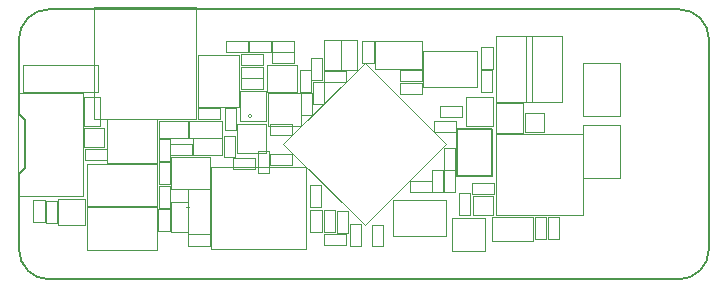
<source format=gbr>
G04 #@! TF.GenerationSoftware,KiCad,Pcbnew,5.1.5+dfsg1-2~bpo10+1*
G04 #@! TF.CreationDate,2020-05-12T19:04:25+02:00*
G04 #@! TF.ProjectId,quickfeather-board,71756963-6b66-4656-9174-6865722d626f,rev?*
G04 #@! TF.SameCoordinates,Original*
G04 #@! TF.FileFunction,Other,User*
%FSLAX46Y46*%
G04 Gerber Fmt 4.6, Leading zero omitted, Abs format (unit mm)*
G04 Created by KiCad (PCBNEW 5.1.5+dfsg1-2~bpo10+1) date 2020-05-12 19:04:25*
%MOMM*%
%LPD*%
G04 APERTURE LIST*
%ADD10C,0.150000*%
%ADD11C,0.050000*%
%ADD12C,0.100000*%
%ADD13C,0.120000*%
G04 APERTURE END LIST*
D10*
X123101100Y-102463600D02*
X123609100Y-102971600D01*
X123609100Y-102971600D02*
X123609100Y-107035600D01*
X123609100Y-107035600D02*
X123101100Y-107543600D01*
X178981100Y-93573600D02*
G75*
G02X181521100Y-96113600I0J-2540000D01*
G01*
X181521100Y-113893600D02*
G75*
G02X178981100Y-116433600I-2540000J0D01*
G01*
X125641100Y-116433600D02*
X178981100Y-116433600D01*
X181521100Y-113893600D02*
X181521100Y-96113600D01*
X178981100Y-93573600D02*
X125641100Y-93573600D01*
X123101100Y-96113600D02*
G75*
G02X125641100Y-93573600I2540000J0D01*
G01*
X123101100Y-96113600D02*
X123101100Y-102463600D01*
X123101100Y-107543600D02*
X123101100Y-113893600D01*
X125641100Y-116433600D02*
G75*
G02X123101100Y-113893600I0J2540000D01*
G01*
D11*
X148915300Y-112631700D02*
X150775300Y-112631700D01*
X148915300Y-113571700D02*
X148915300Y-112631700D01*
X150775300Y-113571700D02*
X148915300Y-113571700D01*
X150775300Y-112631700D02*
X150775300Y-113571700D01*
D12*
X142830000Y-102603000D02*
G75*
G03X142830000Y-102603000I-150000J0D01*
G01*
X141830000Y-103053000D02*
X141830000Y-100515000D01*
X143980000Y-103053000D02*
X141830000Y-103053000D01*
X143980000Y-100515000D02*
X143980000Y-103053000D01*
X141830000Y-100515000D02*
X143980000Y-100515000D01*
D10*
X160890000Y-107700000D02*
X160190000Y-107700000D01*
X160890000Y-107700000D02*
X163190000Y-107700000D01*
X160190000Y-103670000D02*
X161700000Y-103670000D01*
X160190000Y-107700000D02*
X160190000Y-103670000D01*
X163190000Y-103670000D02*
X163190000Y-107700000D01*
X161690000Y-103670000D02*
X163190000Y-103670000D01*
D11*
X163480000Y-104113600D02*
X163480000Y-110973600D01*
X163480000Y-104113600D02*
X170840000Y-104113600D01*
X163480000Y-110973600D02*
X170840000Y-110973600D01*
X170840000Y-104113600D02*
X170840000Y-110973600D01*
X128830000Y-110350000D02*
X134830000Y-110350000D01*
X128830000Y-113950000D02*
X128830000Y-110350000D01*
X134830000Y-113950000D02*
X128830000Y-113950000D01*
X134830000Y-110350000D02*
X134830000Y-113950000D01*
X128830000Y-106650000D02*
X134830000Y-106650000D01*
X128830000Y-110250000D02*
X128830000Y-106650000D01*
X134830000Y-110250000D02*
X128830000Y-110250000D01*
X134830000Y-106650000D02*
X134830000Y-110250000D01*
X137775300Y-105896700D02*
X135915300Y-105896700D01*
X137775300Y-104956700D02*
X137775300Y-105896700D01*
X135915300Y-104956700D02*
X137775300Y-104956700D01*
X135915300Y-105896700D02*
X135915300Y-104956700D01*
X128695060Y-111801700D02*
X126395060Y-111801700D01*
X128695060Y-109601700D02*
X126395060Y-109601700D01*
X128695060Y-109601700D02*
X128695060Y-111801700D01*
X126395060Y-109601700D02*
X126395060Y-111801700D01*
X152360000Y-111848936D02*
X145501064Y-104990000D01*
X159218936Y-104990000D02*
X152360000Y-111848936D01*
X152360000Y-98131064D02*
X159218936Y-104990000D01*
X145501064Y-104990000D02*
X152360000Y-98131064D01*
X125400300Y-111631700D02*
X125400300Y-109771700D01*
X126340300Y-111631700D02*
X125400300Y-111631700D01*
X126340300Y-109771700D02*
X126340300Y-111631700D01*
X125400300Y-109771700D02*
X126340300Y-109771700D01*
X173961000Y-107893000D02*
X170861000Y-107893000D01*
X173961000Y-107893000D02*
X173961000Y-103393000D01*
X170861000Y-103393000D02*
X170861000Y-107893000D01*
X170861000Y-103393000D02*
X173961000Y-103393000D01*
X159240000Y-109710000D02*
X159240000Y-112810000D01*
X159240000Y-109710000D02*
X154740000Y-109710000D01*
X154740000Y-112810000D02*
X159240000Y-112810000D01*
X154740000Y-112810000D02*
X154740000Y-109710000D01*
X173961000Y-102593000D02*
X170861000Y-102593000D01*
X173961000Y-102593000D02*
X173961000Y-98093000D01*
X170861000Y-98093000D02*
X170861000Y-102593000D01*
X170861000Y-98093000D02*
X173961000Y-98093000D01*
X161850000Y-97090000D02*
X161850000Y-100190000D01*
X161850000Y-97090000D02*
X157350000Y-97090000D01*
X157350000Y-100190000D02*
X161850000Y-100190000D01*
X157350000Y-100190000D02*
X157350000Y-97090000D01*
X137450000Y-108830000D02*
X139310000Y-108830000D01*
X137450000Y-112630000D02*
X139310000Y-112630000D01*
X139310000Y-108830000D02*
X139310000Y-112630000D01*
X137450000Y-108830000D02*
X137450000Y-112630000D01*
D13*
X137541800Y-110272800D02*
X137211600Y-110272800D01*
D11*
X144050000Y-103270000D02*
X144050000Y-105770000D01*
X141550000Y-103270000D02*
X144050000Y-103270000D01*
X141550000Y-105770000D02*
X141550000Y-103270000D01*
X144050000Y-105770000D02*
X141550000Y-105770000D01*
X144130000Y-98290000D02*
X146630000Y-98290000D01*
X146630000Y-98290000D02*
X146630000Y-100590000D01*
X146630000Y-100590000D02*
X144130000Y-100590000D01*
X144130000Y-100590000D02*
X144130000Y-98290000D01*
X165790000Y-101510000D02*
X165790000Y-104010000D01*
X165790000Y-104010000D02*
X163490000Y-104010000D01*
X163490000Y-104010000D02*
X163490000Y-101510000D01*
X163490000Y-101510000D02*
X165790000Y-101510000D01*
X163240000Y-100980000D02*
X163240000Y-103480000D01*
X163240000Y-103480000D02*
X160940000Y-103480000D01*
X160940000Y-103480000D02*
X160940000Y-100980000D01*
X160940000Y-100980000D02*
X163240000Y-100980000D01*
X166531100Y-101443600D02*
X166531100Y-95863600D01*
X166531100Y-101443600D02*
X163491100Y-101443600D01*
X166531100Y-95863600D02*
X163491100Y-95863600D01*
X163491100Y-101443600D02*
X163491100Y-95863600D01*
X166031000Y-101443000D02*
X166031000Y-95863000D01*
X169071000Y-95863000D02*
X166031000Y-95863000D01*
X169071000Y-101443000D02*
X166031000Y-101443000D01*
X169071000Y-101443000D02*
X169071000Y-95863000D01*
X141750000Y-97430000D02*
X138250000Y-97430000D01*
X138250000Y-97430000D02*
X138250000Y-101830000D01*
X138250000Y-101830000D02*
X141750000Y-101830000D01*
X141750000Y-101830000D02*
X141750000Y-97430000D01*
X148770000Y-97670000D02*
X148770000Y-99530000D01*
X147830000Y-97670000D02*
X148770000Y-97670000D01*
X147830000Y-99530000D02*
X147830000Y-97670000D01*
X148770000Y-99530000D02*
X147830000Y-99530000D01*
X135960000Y-108750000D02*
X139260000Y-108750000D01*
X135960000Y-106050000D02*
X139260000Y-106050000D01*
X139260000Y-106050000D02*
X139260000Y-108750000D01*
X135960000Y-106050000D02*
X135960000Y-108750000D01*
X139400000Y-106900000D02*
X147400000Y-106900000D01*
X147400000Y-106900000D02*
X147400000Y-113900000D01*
X147400000Y-113900000D02*
X139400000Y-113900000D01*
X139400000Y-113900000D02*
X139400000Y-106900000D01*
X138119100Y-93400000D02*
X129419100Y-93400000D01*
X138119100Y-93400000D02*
X138119100Y-102900000D01*
X138119100Y-102900000D02*
X129419100Y-102900000D01*
X129419100Y-93400000D02*
X129419100Y-102900000D01*
X122990000Y-100653600D02*
X128490000Y-100653600D01*
X122990000Y-100653600D02*
X122990000Y-109353600D01*
X122990000Y-109353600D02*
X128490000Y-109353600D01*
X128490000Y-100653600D02*
X128490000Y-109353600D01*
X129775000Y-98300000D02*
X129775000Y-100600000D01*
X129775000Y-100600000D02*
X123425000Y-100600000D01*
X123425000Y-100600000D02*
X123425000Y-98300000D01*
X129775000Y-98300000D02*
X123425000Y-98300000D01*
X140330000Y-103020000D02*
X140330000Y-104440000D01*
X137530000Y-103020000D02*
X137530000Y-104440000D01*
X140330000Y-104440000D02*
X137530000Y-104440000D01*
X140330000Y-103020000D02*
X137530000Y-103020000D01*
X130000000Y-103480000D02*
X128580000Y-103480000D01*
X130000000Y-101120000D02*
X130000000Y-103340000D01*
X128580000Y-100980000D02*
X130000000Y-100980000D01*
X128580000Y-103340000D02*
X128580000Y-101120000D01*
X130000000Y-103340000D02*
X130000000Y-103480000D01*
X128580000Y-103340000D02*
X128580000Y-103480000D01*
X128580000Y-101120000D02*
X128580000Y-100980000D01*
X130000000Y-101120000D02*
X130000000Y-100980000D01*
X140300000Y-104490000D02*
X140300000Y-105910000D01*
X137940000Y-104490000D02*
X140160000Y-104490000D01*
X137800000Y-105910000D02*
X137800000Y-104490000D01*
X140160000Y-105910000D02*
X137940000Y-105910000D01*
X140160000Y-104490000D02*
X140300000Y-104490000D01*
X140160000Y-105910000D02*
X140300000Y-105910000D01*
X137940000Y-105910000D02*
X137800000Y-105910000D01*
X137940000Y-104490000D02*
X137800000Y-104490000D01*
X134940000Y-104430000D02*
X134940000Y-103010000D01*
X137300000Y-104430000D02*
X135080000Y-104430000D01*
X137440000Y-103010000D02*
X137440000Y-104430000D01*
X135080000Y-103010000D02*
X137300000Y-103010000D01*
X135080000Y-104430000D02*
X134940000Y-104430000D01*
X135080000Y-103010000D02*
X134940000Y-103010000D01*
X137300000Y-103010000D02*
X137440000Y-103010000D01*
X137300000Y-104430000D02*
X137440000Y-104430000D01*
X137390000Y-112430000D02*
X135970000Y-112430000D01*
X137390000Y-110070000D02*
X137390000Y-112290000D01*
X135970000Y-109930000D02*
X137390000Y-109930000D01*
X135970000Y-112290000D02*
X135970000Y-110070000D01*
X137390000Y-112290000D02*
X137390000Y-112430000D01*
X135970000Y-112290000D02*
X135970000Y-112430000D01*
X135970000Y-110070000D02*
X135970000Y-109930000D01*
X137390000Y-110070000D02*
X137390000Y-109930000D01*
X128730000Y-105420000D02*
X130590000Y-105420000D01*
X128730000Y-106360000D02*
X128730000Y-105420000D01*
X130590000Y-106360000D02*
X128730000Y-106360000D01*
X130590000Y-105420000D02*
X130590000Y-106360000D01*
X134930000Y-106390000D02*
X134930000Y-104530000D01*
X135870000Y-106390000D02*
X134930000Y-106390000D01*
X135870000Y-104530000D02*
X135870000Y-106390000D01*
X134930000Y-104530000D02*
X135870000Y-104530000D01*
X135870000Y-108510000D02*
X135870000Y-110370000D01*
X134930000Y-108510000D02*
X135870000Y-108510000D01*
X134930000Y-110370000D02*
X134930000Y-108510000D01*
X135870000Y-110370000D02*
X134930000Y-110370000D01*
X135860000Y-106520000D02*
X135860000Y-108380000D01*
X134920000Y-106520000D02*
X135860000Y-106520000D01*
X134920000Y-108380000D02*
X134920000Y-106520000D01*
X135860000Y-108380000D02*
X134920000Y-108380000D01*
X135850000Y-110450000D02*
X135850000Y-112310000D01*
X134910000Y-110450000D02*
X135850000Y-110450000D01*
X134910000Y-112310000D02*
X134910000Y-110450000D01*
X135850000Y-112310000D02*
X134910000Y-112310000D01*
X153220000Y-98630000D02*
X153220000Y-96230000D01*
X153220000Y-96230000D02*
X157240000Y-96230000D01*
X157240000Y-98630000D02*
X157240000Y-96230000D01*
X153220000Y-98630000D02*
X157240000Y-98630000D01*
X153130000Y-96220000D02*
X153130000Y-98080000D01*
X152190000Y-96220000D02*
X153130000Y-96220000D01*
X152190000Y-98080000D02*
X152190000Y-96220000D01*
X153130000Y-98080000D02*
X152190000Y-98080000D01*
X148900000Y-99720000D02*
X148900000Y-101580000D01*
X147960000Y-99720000D02*
X148900000Y-99720000D01*
X147960000Y-101580000D02*
X147960000Y-99720000D01*
X148900000Y-101580000D02*
X147960000Y-101580000D01*
X167740300Y-111171700D02*
X167740300Y-113031700D01*
X166800300Y-111171700D02*
X167740300Y-111171700D01*
X166800300Y-113031700D02*
X166800300Y-111171700D01*
X167740300Y-113031700D02*
X166800300Y-113031700D01*
X150000300Y-112481700D02*
X150000300Y-110621700D01*
X150940300Y-112481700D02*
X150000300Y-112481700D01*
X150940300Y-110621700D02*
X150940300Y-112481700D01*
X150000300Y-110621700D02*
X150940300Y-110621700D01*
X147750000Y-110310000D02*
X147750000Y-108450000D01*
X148690000Y-110310000D02*
X147750000Y-110310000D01*
X148690000Y-108450000D02*
X148690000Y-110310000D01*
X147750000Y-108450000D02*
X148690000Y-108450000D01*
X148890000Y-112470000D02*
X148890000Y-110610000D01*
X149830000Y-112470000D02*
X148890000Y-112470000D01*
X149830000Y-110610000D02*
X149830000Y-112470000D01*
X148890000Y-110610000D02*
X149830000Y-110610000D01*
X147780000Y-112450000D02*
X147780000Y-110590000D01*
X148720000Y-112450000D02*
X147780000Y-112450000D01*
X148720000Y-110590000D02*
X148720000Y-112450000D01*
X147780000Y-110590000D02*
X148720000Y-110590000D01*
X160030000Y-107210000D02*
X160030000Y-109070000D01*
X159090000Y-107210000D02*
X160030000Y-107210000D01*
X159090000Y-109070000D02*
X159090000Y-107210000D01*
X160030000Y-109070000D02*
X159090000Y-109070000D01*
X159100000Y-107140000D02*
X159100000Y-105280000D01*
X160040000Y-107140000D02*
X159100000Y-107140000D01*
X160040000Y-105280000D02*
X160040000Y-107140000D01*
X159100000Y-105280000D02*
X160040000Y-105280000D01*
X143800000Y-100320000D02*
X141940000Y-100320000D01*
X143800000Y-99380000D02*
X143800000Y-100320000D01*
X141940000Y-99380000D02*
X143800000Y-99380000D01*
X141940000Y-100320000D02*
X141940000Y-99380000D01*
X141371000Y-106123000D02*
X140431000Y-106123000D01*
X140431000Y-106123000D02*
X140431000Y-104263000D01*
X140431000Y-104263000D02*
X141371000Y-104263000D01*
X141371000Y-104263000D02*
X141371000Y-106123000D01*
X144381000Y-103253000D02*
X146241000Y-103253000D01*
X144381000Y-104193000D02*
X144381000Y-103253000D01*
X146241000Y-104193000D02*
X144381000Y-104193000D01*
X146241000Y-103253000D02*
X146241000Y-104193000D01*
X147950000Y-100640000D02*
X147950000Y-102500000D01*
X147010000Y-100640000D02*
X147950000Y-100640000D01*
X147010000Y-102500000D02*
X147010000Y-100640000D01*
X147950000Y-102500000D02*
X147010000Y-102500000D01*
X141450000Y-101915000D02*
X141450000Y-103775000D01*
X140510000Y-101915000D02*
X141450000Y-101915000D01*
X140510000Y-103775000D02*
X140510000Y-101915000D01*
X141450000Y-103775000D02*
X140510000Y-103775000D01*
X146880000Y-100540000D02*
X146880000Y-98680000D01*
X147820000Y-100540000D02*
X146880000Y-100540000D01*
X147820000Y-98680000D02*
X147820000Y-100540000D01*
X146880000Y-98680000D02*
X147820000Y-98680000D01*
X155400000Y-99790000D02*
X157260000Y-99790000D01*
X155400000Y-100730000D02*
X155400000Y-99790000D01*
X157260000Y-100730000D02*
X155400000Y-100730000D01*
X157260000Y-99790000D02*
X157260000Y-100730000D01*
X158720000Y-101780000D02*
X160580000Y-101780000D01*
X158720000Y-102720000D02*
X158720000Y-101780000D01*
X160580000Y-102720000D02*
X158720000Y-102720000D01*
X160580000Y-101780000D02*
X160580000Y-102720000D01*
X146420000Y-98140000D02*
X144560000Y-98140000D01*
X146420000Y-97200000D02*
X146420000Y-98140000D01*
X144560000Y-97200000D02*
X146420000Y-97200000D01*
X144560000Y-98140000D02*
X144560000Y-97200000D01*
X148910000Y-98760000D02*
X150770000Y-98760000D01*
X148910000Y-99700000D02*
X148910000Y-98760000D01*
X150770000Y-99700000D02*
X148910000Y-99700000D01*
X150770000Y-98760000D02*
X150770000Y-99700000D01*
X160130000Y-103990000D02*
X158270000Y-103990000D01*
X160130000Y-103050000D02*
X160130000Y-103990000D01*
X158270000Y-103050000D02*
X160130000Y-103050000D01*
X158270000Y-103990000D02*
X158270000Y-103050000D01*
X150360000Y-98700000D02*
X148940000Y-98700000D01*
X150360000Y-96340000D02*
X150360000Y-98560000D01*
X148940000Y-96200000D02*
X150360000Y-96200000D01*
X148940000Y-98560000D02*
X148940000Y-96340000D01*
X150360000Y-98560000D02*
X150360000Y-98700000D01*
X148940000Y-98560000D02*
X148940000Y-98700000D01*
X148940000Y-96340000D02*
X148940000Y-96200000D01*
X150360000Y-96340000D02*
X150360000Y-96200000D01*
X144385000Y-105850000D02*
X146245000Y-105850000D01*
X144385000Y-106790000D02*
X144385000Y-105850000D01*
X146245000Y-106790000D02*
X144385000Y-106790000D01*
X146245000Y-105850000D02*
X146245000Y-106790000D01*
X151750000Y-98700000D02*
X150330000Y-98700000D01*
X151750000Y-96340000D02*
X151750000Y-98560000D01*
X150330000Y-96200000D02*
X151750000Y-96200000D01*
X150330000Y-98560000D02*
X150330000Y-96340000D01*
X151750000Y-98560000D02*
X151750000Y-98700000D01*
X150330000Y-98560000D02*
X150330000Y-98700000D01*
X150330000Y-96340000D02*
X150330000Y-96200000D01*
X151750000Y-96340000D02*
X151750000Y-96200000D01*
X158040000Y-109060000D02*
X156180000Y-109060000D01*
X158040000Y-108120000D02*
X158040000Y-109060000D01*
X156180000Y-108120000D02*
X158040000Y-108120000D01*
X156180000Y-109060000D02*
X156180000Y-108120000D01*
X143111000Y-107093000D02*
X141251000Y-107093000D01*
X143111000Y-106153000D02*
X143111000Y-107093000D01*
X141251000Y-106153000D02*
X143111000Y-106153000D01*
X141251000Y-107093000D02*
X141251000Y-106153000D01*
X144311000Y-105563000D02*
X144311000Y-107423000D01*
X143371000Y-105563000D02*
X144311000Y-105563000D01*
X143371000Y-107423000D02*
X143371000Y-105563000D01*
X144311000Y-107423000D02*
X143371000Y-107423000D01*
X162250000Y-100600000D02*
X162250000Y-98740000D01*
X163190000Y-100600000D02*
X162250000Y-100600000D01*
X163190000Y-98740000D02*
X163190000Y-100600000D01*
X162250000Y-98740000D02*
X163190000Y-98740000D01*
X138270000Y-101950000D02*
X140130000Y-101950000D01*
X138270000Y-102890000D02*
X138270000Y-101950000D01*
X140130000Y-102890000D02*
X138270000Y-102890000D01*
X140130000Y-101950000D02*
X140130000Y-102890000D01*
X141930000Y-98430000D02*
X143790000Y-98430000D01*
X141930000Y-99370000D02*
X141930000Y-98430000D01*
X143790000Y-99370000D02*
X141930000Y-99370000D01*
X143790000Y-98430000D02*
X143790000Y-99370000D01*
X151100300Y-113581700D02*
X151100300Y-111721700D01*
X152040300Y-113581700D02*
X151100300Y-113581700D01*
X152040300Y-111721700D02*
X152040300Y-113581700D01*
X151100300Y-111721700D02*
X152040300Y-111721700D01*
X153025300Y-113656700D02*
X153025300Y-111796700D01*
X153965300Y-113656700D02*
X153025300Y-113656700D01*
X153965300Y-111796700D02*
X153965300Y-113656700D01*
X153025300Y-111796700D02*
X153965300Y-111796700D01*
X167910000Y-113030000D02*
X167910000Y-111170000D01*
X168850000Y-113030000D02*
X167910000Y-113030000D01*
X168850000Y-111170000D02*
X168850000Y-113030000D01*
X167910000Y-111170000D02*
X168850000Y-111170000D01*
X163320000Y-108270000D02*
X163320000Y-109210000D01*
X163320000Y-109210000D02*
X161460000Y-109210000D01*
X161460000Y-109210000D02*
X161460000Y-108270000D01*
X161460000Y-108270000D02*
X163320000Y-108270000D01*
X161320000Y-109100000D02*
X161320000Y-110960000D01*
X160380000Y-109100000D02*
X161320000Y-109100000D01*
X160380000Y-110960000D02*
X160380000Y-109100000D01*
X161320000Y-110960000D02*
X160380000Y-110960000D01*
X141940000Y-97320000D02*
X143800000Y-97320000D01*
X141940000Y-98260000D02*
X141940000Y-97320000D01*
X143800000Y-98260000D02*
X141940000Y-98260000D01*
X143800000Y-97320000D02*
X143800000Y-98260000D01*
X124330000Y-111620000D02*
X124330000Y-109760000D01*
X125270000Y-111620000D02*
X124330000Y-111620000D01*
X125270000Y-109760000D02*
X125270000Y-111620000D01*
X124330000Y-109760000D02*
X125270000Y-109760000D01*
X158050000Y-109060000D02*
X158050000Y-107200000D01*
X158990000Y-109060000D02*
X158050000Y-109060000D01*
X158990000Y-107200000D02*
X158990000Y-109060000D01*
X158050000Y-107200000D02*
X158990000Y-107200000D01*
X157220000Y-99680000D02*
X155360000Y-99680000D01*
X157220000Y-98740000D02*
X157220000Y-99680000D01*
X155360000Y-98740000D02*
X157220000Y-98740000D01*
X155360000Y-99680000D02*
X155360000Y-98740000D01*
X134825000Y-106555000D02*
X130575000Y-106555000D01*
X134825000Y-102905000D02*
X134825000Y-106555000D01*
X130575000Y-102905000D02*
X134825000Y-102905000D01*
X130575000Y-106555000D02*
X130575000Y-102905000D01*
X163200000Y-96770000D02*
X163200000Y-98630000D01*
X162260000Y-96770000D02*
X163200000Y-96770000D01*
X162260000Y-98630000D02*
X162260000Y-96770000D01*
X163200000Y-98630000D02*
X162260000Y-98630000D01*
X140610000Y-96280000D02*
X142470000Y-96280000D01*
X140610000Y-97220000D02*
X140610000Y-96280000D01*
X142470000Y-97220000D02*
X140610000Y-97220000D01*
X142470000Y-96280000D02*
X142470000Y-97220000D01*
X144430000Y-97210000D02*
X142570000Y-97210000D01*
X144430000Y-96270000D02*
X144430000Y-97210000D01*
X142570000Y-96270000D02*
X144430000Y-96270000D01*
X142570000Y-97210000D02*
X142570000Y-96270000D01*
X144540000Y-96280000D02*
X146400000Y-96280000D01*
X144540000Y-97220000D02*
X144540000Y-96280000D01*
X146400000Y-97220000D02*
X144540000Y-97220000D01*
X146400000Y-96280000D02*
X146400000Y-97220000D01*
X139300000Y-113580000D02*
X137440000Y-113580000D01*
X139300000Y-112640000D02*
X139300000Y-113580000D01*
X137440000Y-112640000D02*
X139300000Y-112640000D01*
X137440000Y-113580000D02*
X137440000Y-112640000D01*
X146947000Y-100673000D02*
X144153000Y-100673000D01*
X146947000Y-100673000D02*
X146947000Y-103467000D01*
X144153000Y-100673000D02*
X144153000Y-103467000D01*
X146947000Y-103467000D02*
X144153000Y-103467000D01*
X162593000Y-111227000D02*
X159799000Y-111227000D01*
X162593000Y-111227000D02*
X162593000Y-114021000D01*
X159799000Y-111227000D02*
X159799000Y-114021000D01*
X162593000Y-114021000D02*
X159799000Y-114021000D01*
X163205000Y-110995000D02*
X161555000Y-110995000D01*
X161555000Y-110995000D02*
X161555000Y-109345000D01*
X161555000Y-109345000D02*
X163205000Y-109345000D01*
X163205000Y-109345000D02*
X163205000Y-110995000D01*
X165925000Y-102315000D02*
X167575000Y-102315000D01*
X167575000Y-102315000D02*
X167575000Y-103965000D01*
X167575000Y-103965000D02*
X165925000Y-103965000D01*
X165925000Y-103965000D02*
X165925000Y-102315000D01*
X128625000Y-105275000D02*
X128625000Y-103625000D01*
X128625000Y-103625000D02*
X130275000Y-103625000D01*
X130275000Y-103625000D02*
X130275000Y-105275000D01*
X130275000Y-105275000D02*
X128625000Y-105275000D01*
X166645300Y-113151700D02*
X163145300Y-113151700D01*
X163145300Y-113151700D02*
X163145300Y-111151700D01*
X163145300Y-111151700D02*
X166645300Y-111151700D01*
X166645300Y-111151700D02*
X166645300Y-113151700D01*
M02*

</source>
